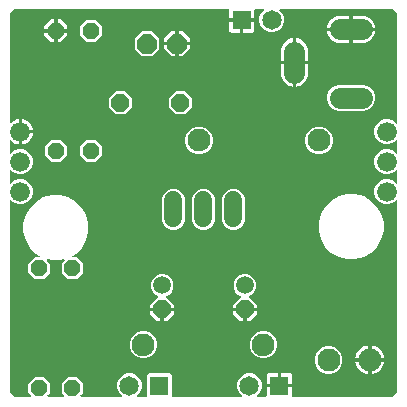
<source format=gbl>
G04 EAGLE Gerber RS-274X export*
G75*
%MOMM*%
%FSLAX34Y34*%
%LPD*%
%INBottom Copper*%
%IPPOS*%
%AMOC8*
5,1,8,0,0,1.08239X$1,22.5*%
G01*
%ADD10P,1.623585X8X292.500000*%
%ADD11C,1.500000*%
%ADD12C,1.930400*%
%ADD13C,1.524000*%
%ADD14C,1.950000*%
%ADD15R,1.650000X1.650000*%
%ADD16C,1.650000*%
%ADD17P,1.547818X8X112.500000*%
%ADD18P,1.547818X8X292.500000*%
%ADD19C,1.800000*%
%ADD20P,1.623585X8X22.500000*%
%ADD21C,1.676400*%
%ADD22P,1.814519X8X22.500000*%
%ADD23C,0.906400*%

G36*
X28524Y10934D02*
X28524Y10934D01*
X28596Y10936D01*
X28645Y10954D01*
X28696Y10962D01*
X28759Y10996D01*
X28827Y11021D01*
X28867Y11053D01*
X28913Y11078D01*
X28963Y11130D01*
X29019Y11174D01*
X29047Y11218D01*
X29083Y11256D01*
X29113Y11321D01*
X29152Y11381D01*
X29164Y11432D01*
X29186Y11479D01*
X29194Y11550D01*
X29212Y11620D01*
X29208Y11672D01*
X29213Y11723D01*
X29198Y11794D01*
X29193Y11865D01*
X29172Y11913D01*
X29161Y11964D01*
X29124Y12025D01*
X29096Y12091D01*
X29051Y12147D01*
X29035Y12175D01*
X29017Y12190D01*
X28991Y12222D01*
X26817Y14396D01*
X26817Y22004D01*
X32196Y27383D01*
X39804Y27383D01*
X45183Y22004D01*
X45183Y14396D01*
X43009Y12222D01*
X42967Y12164D01*
X42917Y12112D01*
X42895Y12065D01*
X42865Y12023D01*
X42844Y11954D01*
X42814Y11889D01*
X42808Y11837D01*
X42793Y11787D01*
X42795Y11716D01*
X42787Y11645D01*
X42798Y11594D01*
X42799Y11542D01*
X42824Y11474D01*
X42839Y11404D01*
X42866Y11359D01*
X42883Y11311D01*
X42928Y11255D01*
X42965Y11193D01*
X43005Y11159D01*
X43037Y11119D01*
X43097Y11080D01*
X43152Y11033D01*
X43200Y11014D01*
X43244Y10986D01*
X43314Y10968D01*
X43380Y10941D01*
X43451Y10933D01*
X43483Y10925D01*
X43506Y10927D01*
X43547Y10923D01*
X56453Y10923D01*
X56524Y10934D01*
X56596Y10936D01*
X56645Y10954D01*
X56696Y10962D01*
X56759Y10996D01*
X56827Y11021D01*
X56867Y11053D01*
X56913Y11078D01*
X56963Y11130D01*
X57019Y11174D01*
X57047Y11218D01*
X57083Y11256D01*
X57113Y11321D01*
X57152Y11381D01*
X57164Y11432D01*
X57186Y11479D01*
X57194Y11550D01*
X57212Y11620D01*
X57208Y11672D01*
X57213Y11723D01*
X57198Y11794D01*
X57193Y11865D01*
X57172Y11913D01*
X57161Y11964D01*
X57124Y12025D01*
X57096Y12091D01*
X57051Y12147D01*
X57035Y12175D01*
X57017Y12190D01*
X56991Y12222D01*
X54817Y14396D01*
X54817Y22004D01*
X60196Y27383D01*
X67804Y27383D01*
X73183Y22004D01*
X73183Y14396D01*
X71009Y12222D01*
X70967Y12164D01*
X70917Y12112D01*
X70895Y12065D01*
X70865Y12023D01*
X70844Y11954D01*
X70814Y11889D01*
X70808Y11837D01*
X70793Y11787D01*
X70795Y11716D01*
X70787Y11645D01*
X70798Y11594D01*
X70799Y11542D01*
X70824Y11474D01*
X70839Y11404D01*
X70866Y11359D01*
X70883Y11311D01*
X70928Y11255D01*
X70965Y11193D01*
X71005Y11159D01*
X71037Y11119D01*
X71097Y11080D01*
X71152Y11033D01*
X71200Y11014D01*
X71244Y10986D01*
X71314Y10968D01*
X71380Y10941D01*
X71451Y10933D01*
X71483Y10925D01*
X71506Y10927D01*
X71547Y10923D01*
X105397Y10923D01*
X105468Y10934D01*
X105540Y10936D01*
X105589Y10954D01*
X105640Y10962D01*
X105704Y10996D01*
X105771Y11021D01*
X105812Y11053D01*
X105858Y11078D01*
X105907Y11130D01*
X105963Y11174D01*
X105991Y11218D01*
X106027Y11256D01*
X106057Y11321D01*
X106096Y11381D01*
X106109Y11432D01*
X106131Y11479D01*
X106139Y11550D01*
X106156Y11620D01*
X106152Y11672D01*
X106158Y11723D01*
X106142Y11794D01*
X106137Y11865D01*
X106117Y11913D01*
X106105Y11964D01*
X106069Y12025D01*
X106041Y12091D01*
X105996Y12147D01*
X105979Y12175D01*
X105961Y12190D01*
X105936Y12222D01*
X103583Y14575D01*
X102017Y18355D01*
X102017Y22445D01*
X103583Y26225D01*
X106475Y29117D01*
X110255Y30683D01*
X114345Y30683D01*
X118125Y29117D01*
X121017Y26225D01*
X122583Y22445D01*
X122583Y18355D01*
X121017Y14575D01*
X118664Y12222D01*
X118622Y12164D01*
X118573Y12112D01*
X118551Y12065D01*
X118521Y12023D01*
X118500Y11954D01*
X118469Y11889D01*
X118464Y11837D01*
X118448Y11787D01*
X118450Y11716D01*
X118442Y11645D01*
X118453Y11594D01*
X118455Y11542D01*
X118479Y11474D01*
X118495Y11404D01*
X118521Y11359D01*
X118539Y11311D01*
X118584Y11255D01*
X118621Y11193D01*
X118660Y11159D01*
X118693Y11119D01*
X118753Y11080D01*
X118808Y11033D01*
X118856Y11014D01*
X118900Y10986D01*
X118969Y10968D01*
X119036Y10941D01*
X119107Y10933D01*
X119138Y10925D01*
X119162Y10927D01*
X119203Y10923D01*
X126656Y10923D01*
X126676Y10926D01*
X126695Y10924D01*
X126797Y10946D01*
X126899Y10962D01*
X126916Y10972D01*
X126936Y10976D01*
X127025Y11029D01*
X127116Y11078D01*
X127130Y11092D01*
X127147Y11102D01*
X127214Y11181D01*
X127286Y11256D01*
X127294Y11274D01*
X127307Y11289D01*
X127346Y11385D01*
X127389Y11479D01*
X127391Y11499D01*
X127399Y11517D01*
X127417Y11684D01*
X127417Y29492D01*
X128608Y30683D01*
X146792Y30683D01*
X147983Y29492D01*
X147983Y11684D01*
X147986Y11664D01*
X147984Y11645D01*
X148006Y11543D01*
X148022Y11441D01*
X148032Y11424D01*
X148036Y11404D01*
X148089Y11315D01*
X148138Y11224D01*
X148152Y11210D01*
X148162Y11193D01*
X148241Y11126D01*
X148316Y11054D01*
X148334Y11046D01*
X148349Y11033D01*
X148445Y10994D01*
X148539Y10951D01*
X148559Y10949D01*
X148577Y10941D01*
X148744Y10923D01*
X206997Y10923D01*
X207068Y10934D01*
X207140Y10936D01*
X207189Y10954D01*
X207240Y10962D01*
X207304Y10996D01*
X207371Y11021D01*
X207412Y11053D01*
X207458Y11078D01*
X207507Y11130D01*
X207563Y11174D01*
X207591Y11218D01*
X207627Y11256D01*
X207657Y11321D01*
X207696Y11381D01*
X207709Y11432D01*
X207731Y11479D01*
X207739Y11550D01*
X207756Y11620D01*
X207752Y11672D01*
X207758Y11723D01*
X207742Y11794D01*
X207737Y11865D01*
X207717Y11913D01*
X207705Y11964D01*
X207669Y12025D01*
X207641Y12091D01*
X207596Y12147D01*
X207579Y12175D01*
X207561Y12190D01*
X207536Y12222D01*
X205183Y14575D01*
X203617Y18355D01*
X203617Y22445D01*
X205183Y26225D01*
X208075Y29117D01*
X211855Y30683D01*
X215945Y30683D01*
X219725Y29117D01*
X222617Y26225D01*
X224183Y22445D01*
X224183Y18355D01*
X222617Y14575D01*
X220264Y12222D01*
X220222Y12164D01*
X220173Y12112D01*
X220151Y12065D01*
X220121Y12023D01*
X220100Y11954D01*
X220069Y11889D01*
X220064Y11837D01*
X220048Y11787D01*
X220050Y11716D01*
X220042Y11645D01*
X220053Y11594D01*
X220055Y11542D01*
X220079Y11474D01*
X220095Y11404D01*
X220121Y11359D01*
X220139Y11311D01*
X220184Y11255D01*
X220221Y11193D01*
X220260Y11159D01*
X220293Y11119D01*
X220353Y11080D01*
X220408Y11033D01*
X220456Y11014D01*
X220500Y10986D01*
X220569Y10968D01*
X220636Y10941D01*
X220707Y10933D01*
X220738Y10925D01*
X220762Y10927D01*
X220803Y10923D01*
X227756Y10923D01*
X227873Y10942D01*
X227992Y10960D01*
X227995Y10962D01*
X227999Y10962D01*
X228103Y11018D01*
X228210Y11073D01*
X228213Y11076D01*
X228217Y11078D01*
X228297Y11163D01*
X228382Y11250D01*
X228383Y11253D01*
X228386Y11256D01*
X228436Y11364D01*
X228487Y11472D01*
X228488Y11475D01*
X228490Y11479D01*
X228503Y11597D01*
X228517Y11716D01*
X228516Y11720D01*
X228517Y11723D01*
X228514Y11736D01*
X228509Y11766D01*
X228509Y18877D01*
X238538Y18877D01*
X238558Y18880D01*
X238577Y18878D01*
X238679Y18900D01*
X238781Y18917D01*
X238798Y18926D01*
X238818Y18930D01*
X238907Y18983D01*
X238998Y19032D01*
X239012Y19046D01*
X239029Y19056D01*
X239096Y19135D01*
X239167Y19210D01*
X239176Y19228D01*
X239189Y19243D01*
X239227Y19339D01*
X239271Y19433D01*
X239273Y19453D01*
X239281Y19471D01*
X239299Y19638D01*
X239299Y20401D01*
X239301Y20401D01*
X239301Y19638D01*
X239304Y19618D01*
X239302Y19599D01*
X239324Y19497D01*
X239341Y19395D01*
X239350Y19378D01*
X239354Y19358D01*
X239407Y19269D01*
X239456Y19178D01*
X239470Y19164D01*
X239480Y19147D01*
X239559Y19080D01*
X239634Y19009D01*
X239652Y19000D01*
X239667Y18987D01*
X239763Y18948D01*
X239857Y18905D01*
X239877Y18903D01*
X239895Y18895D01*
X240062Y18877D01*
X250091Y18877D01*
X250091Y11715D01*
X250091Y11714D01*
X250083Y11645D01*
X250084Y11641D01*
X250084Y11637D01*
X250110Y11521D01*
X250136Y11404D01*
X250138Y11401D01*
X250138Y11397D01*
X250201Y11295D01*
X250262Y11193D01*
X250265Y11191D01*
X250267Y11187D01*
X250358Y11111D01*
X250449Y11033D01*
X250452Y11032D01*
X250455Y11029D01*
X250565Y10986D01*
X250677Y10941D01*
X250682Y10941D01*
X250684Y10940D01*
X250697Y10939D01*
X250844Y10923D01*
X335160Y10923D01*
X335250Y10937D01*
X335341Y10945D01*
X335371Y10957D01*
X335403Y10962D01*
X335484Y11005D01*
X335568Y11041D01*
X335600Y11067D01*
X335620Y11078D01*
X335643Y11101D01*
X335699Y11146D01*
X338854Y14301D01*
X338907Y14375D01*
X338967Y14445D01*
X338979Y14475D01*
X338998Y14501D01*
X339025Y14588D01*
X339059Y14673D01*
X339063Y14714D01*
X339070Y14736D01*
X339069Y14768D01*
X339077Y14840D01*
X339077Y177111D01*
X339066Y177182D01*
X339064Y177253D01*
X339046Y177302D01*
X339038Y177354D01*
X339004Y177417D01*
X338979Y177484D01*
X338947Y177525D01*
X338922Y177571D01*
X338870Y177620D01*
X338826Y177676D01*
X338782Y177704D01*
X338744Y177740D01*
X338679Y177770D01*
X338619Y177809D01*
X338568Y177822D01*
X338521Y177844D01*
X338450Y177852D01*
X338380Y177869D01*
X338328Y177865D01*
X338277Y177871D01*
X338206Y177856D01*
X338135Y177850D01*
X338087Y177830D01*
X338036Y177819D01*
X337975Y177782D01*
X337909Y177754D01*
X337853Y177709D01*
X337825Y177693D01*
X337810Y177675D01*
X337778Y177649D01*
X335900Y175771D01*
X332072Y174185D01*
X327928Y174185D01*
X324100Y175771D01*
X321171Y178700D01*
X319585Y182528D01*
X319585Y186672D01*
X321171Y190500D01*
X324100Y193429D01*
X327928Y195015D01*
X332072Y195015D01*
X335900Y193429D01*
X337778Y191551D01*
X337836Y191509D01*
X337888Y191460D01*
X337935Y191438D01*
X337977Y191407D01*
X338046Y191386D01*
X338111Y191356D01*
X338163Y191350D01*
X338213Y191335D01*
X338284Y191337D01*
X338355Y191329D01*
X338406Y191340D01*
X338458Y191341D01*
X338526Y191366D01*
X338596Y191381D01*
X338641Y191408D01*
X338689Y191426D01*
X338745Y191471D01*
X338807Y191507D01*
X338841Y191547D01*
X338881Y191580D01*
X338920Y191640D01*
X338967Y191694D01*
X338986Y191743D01*
X339014Y191786D01*
X339032Y191856D01*
X339039Y191874D01*
X339049Y191895D01*
X339050Y191900D01*
X339059Y191922D01*
X339067Y191994D01*
X339075Y192025D01*
X339073Y192048D01*
X339077Y192089D01*
X339077Y202511D01*
X339066Y202582D01*
X339064Y202653D01*
X339046Y202702D01*
X339038Y202754D01*
X339004Y202817D01*
X338979Y202884D01*
X338947Y202925D01*
X338922Y202971D01*
X338870Y203020D01*
X338826Y203076D01*
X338782Y203104D01*
X338744Y203140D01*
X338679Y203170D01*
X338619Y203209D01*
X338568Y203222D01*
X338521Y203244D01*
X338450Y203252D01*
X338380Y203269D01*
X338328Y203265D01*
X338277Y203271D01*
X338206Y203256D01*
X338135Y203250D01*
X338087Y203230D01*
X338036Y203219D01*
X337975Y203182D01*
X337909Y203154D01*
X337853Y203109D01*
X337825Y203093D01*
X337810Y203075D01*
X337778Y203049D01*
X335900Y201171D01*
X332072Y199585D01*
X327928Y199585D01*
X324100Y201171D01*
X321171Y204100D01*
X319585Y207928D01*
X319585Y212072D01*
X321171Y215900D01*
X324100Y218829D01*
X327928Y220415D01*
X332072Y220415D01*
X335900Y218829D01*
X337778Y216951D01*
X337836Y216909D01*
X337888Y216860D01*
X337935Y216838D01*
X337977Y216807D01*
X338046Y216786D01*
X338111Y216756D01*
X338163Y216750D01*
X338213Y216735D01*
X338284Y216737D01*
X338355Y216729D01*
X338406Y216740D01*
X338458Y216741D01*
X338526Y216766D01*
X338596Y216781D01*
X338641Y216808D01*
X338689Y216826D01*
X338745Y216871D01*
X338807Y216907D01*
X338841Y216947D01*
X338881Y216980D01*
X338920Y217040D01*
X338967Y217094D01*
X338986Y217143D01*
X339014Y217186D01*
X339032Y217256D01*
X339059Y217322D01*
X339067Y217394D01*
X339075Y217425D01*
X339073Y217448D01*
X339077Y217489D01*
X339077Y227911D01*
X339076Y227918D01*
X339075Y227923D01*
X339066Y227982D01*
X339064Y228053D01*
X339046Y228102D01*
X339038Y228154D01*
X339004Y228217D01*
X338979Y228284D01*
X338947Y228325D01*
X338922Y228371D01*
X338870Y228420D01*
X338826Y228476D01*
X338782Y228504D01*
X338744Y228540D01*
X338679Y228570D01*
X338619Y228609D01*
X338568Y228622D01*
X338521Y228644D01*
X338450Y228652D01*
X338380Y228669D01*
X338328Y228665D01*
X338277Y228671D01*
X338206Y228656D01*
X338135Y228650D01*
X338087Y228630D01*
X338036Y228619D01*
X337975Y228582D01*
X337909Y228554D01*
X337853Y228509D01*
X337825Y228493D01*
X337810Y228475D01*
X337778Y228449D01*
X335900Y226571D01*
X332072Y224985D01*
X327928Y224985D01*
X324100Y226571D01*
X321171Y229500D01*
X319585Y233328D01*
X319585Y237472D01*
X321171Y241300D01*
X324100Y244229D01*
X327928Y245815D01*
X332072Y245815D01*
X335900Y244229D01*
X337778Y242351D01*
X337836Y242309D01*
X337888Y242260D01*
X337935Y242238D01*
X337977Y242207D01*
X338046Y242186D01*
X338111Y242156D01*
X338163Y242150D01*
X338213Y242135D01*
X338284Y242137D01*
X338355Y242129D01*
X338406Y242140D01*
X338458Y242141D01*
X338526Y242166D01*
X338596Y242181D01*
X338641Y242208D01*
X338689Y242226D01*
X338745Y242271D01*
X338807Y242307D01*
X338841Y242347D01*
X338881Y242380D01*
X338920Y242440D01*
X338967Y242494D01*
X338986Y242543D01*
X339014Y242586D01*
X339032Y242656D01*
X339059Y242722D01*
X339067Y242794D01*
X339075Y242825D01*
X339073Y242848D01*
X339077Y242889D01*
X339077Y335160D01*
X339063Y335250D01*
X339055Y335341D01*
X339043Y335371D01*
X339038Y335403D01*
X338995Y335484D01*
X338959Y335568D01*
X338933Y335600D01*
X338922Y335620D01*
X338899Y335643D01*
X338854Y335699D01*
X335699Y338854D01*
X335625Y338907D01*
X335555Y338967D01*
X335525Y338979D01*
X335499Y338998D01*
X335412Y339025D01*
X335327Y339059D01*
X335286Y339063D01*
X335264Y339070D01*
X335232Y339069D01*
X335160Y339077D01*
X240003Y339077D01*
X239932Y339066D01*
X239860Y339064D01*
X239811Y339046D01*
X239760Y339038D01*
X239696Y339004D01*
X239629Y338979D01*
X239588Y338947D01*
X239542Y338922D01*
X239493Y338870D01*
X239437Y338826D01*
X239409Y338782D01*
X239373Y338744D01*
X239343Y338679D01*
X239304Y338619D01*
X239291Y338568D01*
X239269Y338521D01*
X239261Y338450D01*
X239244Y338380D01*
X239248Y338328D01*
X239242Y338277D01*
X239258Y338206D01*
X239263Y338135D01*
X239283Y338087D01*
X239295Y338036D01*
X239331Y337975D01*
X239359Y337909D01*
X239404Y337853D01*
X239421Y337825D01*
X239439Y337810D01*
X239464Y337778D01*
X241417Y335825D01*
X242983Y332045D01*
X242983Y327955D01*
X241417Y324175D01*
X238525Y321283D01*
X234745Y319717D01*
X230655Y319717D01*
X226875Y321283D01*
X223983Y324175D01*
X222417Y327955D01*
X222417Y332045D01*
X223983Y335825D01*
X225936Y337778D01*
X225978Y337836D01*
X226027Y337888D01*
X226049Y337935D01*
X226079Y337977D01*
X226100Y338046D01*
X226131Y338111D01*
X226136Y338163D01*
X226152Y338213D01*
X226150Y338284D01*
X226158Y338355D01*
X226147Y338406D01*
X226145Y338458D01*
X226121Y338526D01*
X226105Y338596D01*
X226079Y338641D01*
X226061Y338689D01*
X226016Y338745D01*
X225979Y338807D01*
X225940Y338841D01*
X225907Y338881D01*
X225847Y338920D01*
X225792Y338967D01*
X225744Y338986D01*
X225700Y339014D01*
X225631Y339032D01*
X225564Y339059D01*
X225493Y339067D01*
X225462Y339075D01*
X225438Y339073D01*
X225397Y339077D01*
X218852Y339077D01*
X218832Y339074D01*
X218813Y339076D01*
X218711Y339054D01*
X218609Y339038D01*
X218592Y339028D01*
X218572Y339024D01*
X218483Y338971D01*
X218392Y338922D01*
X218378Y338908D01*
X218361Y338898D01*
X218294Y338819D01*
X218222Y338744D01*
X218214Y338726D01*
X218201Y338711D01*
X218162Y338615D01*
X218119Y338521D01*
X218117Y338501D01*
X218109Y338483D01*
X218091Y338316D01*
X218091Y331523D01*
X208062Y331523D01*
X208042Y331520D01*
X208023Y331522D01*
X207921Y331500D01*
X207819Y331483D01*
X207802Y331474D01*
X207782Y331470D01*
X207693Y331417D01*
X207602Y331368D01*
X207588Y331354D01*
X207571Y331344D01*
X207504Y331265D01*
X207433Y331190D01*
X207424Y331172D01*
X207411Y331157D01*
X207373Y331061D01*
X207329Y330967D01*
X207327Y330947D01*
X207319Y330929D01*
X207301Y330762D01*
X207301Y329999D01*
X207299Y329999D01*
X207299Y330762D01*
X207296Y330782D01*
X207298Y330801D01*
X207276Y330903D01*
X207259Y331005D01*
X207250Y331022D01*
X207246Y331042D01*
X207193Y331131D01*
X207144Y331222D01*
X207130Y331236D01*
X207120Y331253D01*
X207041Y331320D01*
X206966Y331391D01*
X206948Y331400D01*
X206933Y331413D01*
X206837Y331452D01*
X206743Y331495D01*
X206723Y331497D01*
X206705Y331505D01*
X206538Y331523D01*
X196509Y331523D01*
X196509Y338316D01*
X196506Y338336D01*
X196508Y338355D01*
X196486Y338457D01*
X196470Y338559D01*
X196460Y338576D01*
X196456Y338596D01*
X196403Y338685D01*
X196354Y338776D01*
X196340Y338790D01*
X196330Y338807D01*
X196251Y338874D01*
X196176Y338946D01*
X196158Y338954D01*
X196143Y338967D01*
X196047Y339006D01*
X195953Y339049D01*
X195933Y339051D01*
X195915Y339059D01*
X195748Y339077D01*
X14840Y339077D01*
X14750Y339063D01*
X14659Y339055D01*
X14629Y339043D01*
X14597Y339038D01*
X14516Y338995D01*
X14432Y338959D01*
X14400Y338933D01*
X14380Y338922D01*
X14357Y338899D01*
X14301Y338854D01*
X11146Y335699D01*
X11093Y335625D01*
X11033Y335555D01*
X11021Y335525D01*
X11002Y335499D01*
X10975Y335412D01*
X10941Y335327D01*
X10937Y335286D01*
X10930Y335264D01*
X10931Y335232D01*
X10923Y335160D01*
X10923Y243608D01*
X10934Y243537D01*
X10936Y243465D01*
X10954Y243416D01*
X10962Y243365D01*
X10996Y243302D01*
X11021Y243234D01*
X11053Y243194D01*
X11078Y243147D01*
X11130Y243098D01*
X11174Y243042D01*
X11218Y243014D01*
X11256Y242978D01*
X11321Y242948D01*
X11381Y242909D01*
X11432Y242896D01*
X11479Y242874D01*
X11550Y242867D01*
X11620Y242849D01*
X11672Y242853D01*
X11723Y242847D01*
X11794Y242863D01*
X11865Y242868D01*
X11913Y242889D01*
X11964Y242900D01*
X12025Y242936D01*
X12091Y242965D01*
X12147Y243009D01*
X12175Y243026D01*
X12190Y243044D01*
X12222Y243069D01*
X12884Y243731D01*
X14275Y244742D01*
X15807Y245522D01*
X17442Y246054D01*
X18477Y246218D01*
X18477Y236162D01*
X18480Y236142D01*
X18478Y236123D01*
X18500Y236021D01*
X18517Y235919D01*
X18526Y235902D01*
X18530Y235882D01*
X18583Y235793D01*
X18632Y235702D01*
X18646Y235688D01*
X18656Y235671D01*
X18735Y235604D01*
X18810Y235533D01*
X18828Y235524D01*
X18843Y235511D01*
X18939Y235473D01*
X19033Y235429D01*
X19053Y235427D01*
X19071Y235419D01*
X19238Y235401D01*
X20001Y235401D01*
X20001Y235399D01*
X19238Y235399D01*
X19218Y235396D01*
X19199Y235398D01*
X19097Y235376D01*
X18995Y235359D01*
X18978Y235350D01*
X18958Y235346D01*
X18869Y235293D01*
X18778Y235244D01*
X18764Y235230D01*
X18747Y235220D01*
X18680Y235141D01*
X18609Y235066D01*
X18600Y235048D01*
X18587Y235033D01*
X18548Y234937D01*
X18505Y234843D01*
X18503Y234823D01*
X18495Y234805D01*
X18477Y234638D01*
X18477Y224582D01*
X17442Y224746D01*
X15807Y225278D01*
X14275Y226058D01*
X12884Y227069D01*
X12222Y227731D01*
X12164Y227773D01*
X12112Y227822D01*
X12065Y227844D01*
X12023Y227874D01*
X11954Y227895D01*
X11889Y227926D01*
X11837Y227931D01*
X11787Y227947D01*
X11716Y227945D01*
X11645Y227953D01*
X11594Y227942D01*
X11542Y227940D01*
X11474Y227916D01*
X11404Y227900D01*
X11359Y227874D01*
X11311Y227856D01*
X11255Y227811D01*
X11193Y227774D01*
X11159Y227735D01*
X11119Y227702D01*
X11080Y227642D01*
X11033Y227587D01*
X11014Y227539D01*
X10986Y227495D01*
X10968Y227426D01*
X10941Y227359D01*
X10933Y227288D01*
X10925Y227257D01*
X10927Y227233D01*
X10923Y227192D01*
X10923Y217489D01*
X10934Y217418D01*
X10936Y217347D01*
X10954Y217298D01*
X10962Y217246D01*
X10996Y217183D01*
X11021Y217116D01*
X11053Y217075D01*
X11078Y217029D01*
X11130Y216980D01*
X11174Y216924D01*
X11218Y216896D01*
X11256Y216860D01*
X11321Y216830D01*
X11381Y216791D01*
X11432Y216778D01*
X11479Y216756D01*
X11550Y216748D01*
X11620Y216731D01*
X11672Y216735D01*
X11723Y216729D01*
X11794Y216744D01*
X11865Y216750D01*
X11913Y216770D01*
X11964Y216781D01*
X12025Y216818D01*
X12091Y216846D01*
X12147Y216891D01*
X12175Y216907D01*
X12190Y216925D01*
X12222Y216951D01*
X14100Y218829D01*
X17928Y220415D01*
X22072Y220415D01*
X25900Y218829D01*
X28829Y215900D01*
X30415Y212072D01*
X30415Y207928D01*
X28829Y204100D01*
X25900Y201171D01*
X22072Y199585D01*
X17928Y199585D01*
X14100Y201171D01*
X12222Y203049D01*
X12164Y203091D01*
X12112Y203140D01*
X12065Y203162D01*
X12023Y203193D01*
X11954Y203214D01*
X11889Y203244D01*
X11837Y203250D01*
X11787Y203265D01*
X11716Y203263D01*
X11645Y203271D01*
X11594Y203260D01*
X11542Y203259D01*
X11474Y203234D01*
X11404Y203219D01*
X11359Y203192D01*
X11311Y203174D01*
X11255Y203129D01*
X11193Y203093D01*
X11159Y203053D01*
X11119Y203020D01*
X11080Y202960D01*
X11033Y202906D01*
X11014Y202857D01*
X10986Y202814D01*
X10968Y202744D01*
X10941Y202678D01*
X10933Y202606D01*
X10925Y202575D01*
X10927Y202552D01*
X10923Y202511D01*
X10923Y192089D01*
X10925Y192074D01*
X10924Y192061D01*
X10934Y192011D01*
X10936Y191947D01*
X10954Y191898D01*
X10962Y191846D01*
X10976Y191821D01*
X10976Y191820D01*
X10978Y191817D01*
X10996Y191783D01*
X11021Y191716D01*
X11053Y191675D01*
X11078Y191629D01*
X11130Y191580D01*
X11174Y191524D01*
X11218Y191496D01*
X11256Y191460D01*
X11321Y191430D01*
X11381Y191391D01*
X11432Y191378D01*
X11479Y191356D01*
X11550Y191348D01*
X11620Y191331D01*
X11672Y191335D01*
X11723Y191329D01*
X11794Y191344D01*
X11865Y191350D01*
X11913Y191370D01*
X11964Y191381D01*
X12025Y191418D01*
X12091Y191446D01*
X12143Y191487D01*
X12155Y191494D01*
X12159Y191498D01*
X12175Y191507D01*
X12190Y191525D01*
X12222Y191551D01*
X14100Y193429D01*
X17928Y195015D01*
X22072Y195015D01*
X25900Y193429D01*
X28829Y190500D01*
X30415Y186672D01*
X30415Y182528D01*
X28829Y178700D01*
X25900Y175771D01*
X22072Y174185D01*
X17928Y174185D01*
X14100Y175771D01*
X12222Y177649D01*
X12164Y177691D01*
X12112Y177740D01*
X12065Y177762D01*
X12023Y177793D01*
X11954Y177814D01*
X11889Y177844D01*
X11837Y177850D01*
X11787Y177865D01*
X11716Y177863D01*
X11645Y177871D01*
X11594Y177860D01*
X11542Y177859D01*
X11474Y177834D01*
X11404Y177819D01*
X11359Y177792D01*
X11311Y177774D01*
X11255Y177729D01*
X11193Y177693D01*
X11159Y177653D01*
X11119Y177620D01*
X11080Y177560D01*
X11033Y177506D01*
X11014Y177457D01*
X10986Y177414D01*
X10968Y177344D01*
X10941Y177278D01*
X10933Y177206D01*
X10925Y177175D01*
X10927Y177152D01*
X10923Y177111D01*
X10923Y14840D01*
X10937Y14750D01*
X10945Y14659D01*
X10957Y14629D01*
X10962Y14597D01*
X11005Y14516D01*
X11041Y14432D01*
X11067Y14400D01*
X11078Y14380D01*
X11101Y14357D01*
X11146Y14301D01*
X14301Y11146D01*
X14375Y11093D01*
X14445Y11033D01*
X14475Y11021D01*
X14501Y11002D01*
X14588Y10975D01*
X14673Y10941D01*
X14714Y10937D01*
X14736Y10930D01*
X14768Y10931D01*
X14840Y10923D01*
X28453Y10923D01*
X28524Y10934D01*
G37*
%LPC*%
G36*
X32196Y110617D02*
X32196Y110617D01*
X26817Y115996D01*
X26817Y123604D01*
X32196Y128983D01*
X35489Y128983D01*
X35536Y128990D01*
X35584Y128989D01*
X35657Y129010D01*
X35731Y129022D01*
X35774Y129045D01*
X35820Y129059D01*
X35882Y129102D01*
X35949Y129138D01*
X35982Y129172D01*
X36021Y129200D01*
X36066Y129261D01*
X36118Y129316D01*
X36138Y129359D01*
X36167Y129398D01*
X36190Y129470D01*
X36222Y129539D01*
X36227Y129587D01*
X36242Y129632D01*
X36241Y129708D01*
X36249Y129783D01*
X36239Y129830D01*
X36238Y129878D01*
X36213Y129950D01*
X36197Y130024D01*
X36172Y130065D01*
X36156Y130110D01*
X36109Y130170D01*
X36070Y130235D01*
X36034Y130266D01*
X36004Y130304D01*
X35901Y130380D01*
X35884Y130395D01*
X35877Y130397D01*
X35869Y130403D01*
X33114Y131994D01*
X27994Y137114D01*
X24373Y143385D01*
X22499Y150379D01*
X22499Y157621D01*
X24373Y164615D01*
X27994Y170886D01*
X33114Y176006D01*
X39385Y179627D01*
X46379Y181501D01*
X53621Y181501D01*
X60615Y179627D01*
X66886Y176006D01*
X72006Y170886D01*
X75627Y164615D01*
X77501Y157621D01*
X77501Y150379D01*
X75627Y143385D01*
X72006Y137114D01*
X66886Y131994D01*
X64131Y130403D01*
X64094Y130373D01*
X64051Y130350D01*
X63999Y130296D01*
X63940Y130247D01*
X63915Y130207D01*
X63882Y130172D01*
X63850Y130103D01*
X63810Y130039D01*
X63798Y129992D01*
X63778Y129949D01*
X63770Y129874D01*
X63752Y129800D01*
X63756Y129752D01*
X63751Y129705D01*
X63767Y129630D01*
X63774Y129555D01*
X63793Y129511D01*
X63803Y129464D01*
X63842Y129399D01*
X63873Y129330D01*
X63905Y129294D01*
X63930Y129253D01*
X63987Y129204D01*
X64038Y129148D01*
X64080Y129124D01*
X64116Y129093D01*
X64187Y129065D01*
X64253Y129028D01*
X64300Y129019D01*
X64345Y129001D01*
X64473Y128987D01*
X64495Y128983D01*
X64501Y128984D01*
X64511Y128983D01*
X67804Y128983D01*
X73183Y123604D01*
X73183Y115996D01*
X67804Y110617D01*
X60196Y110617D01*
X54817Y115996D01*
X54817Y123604D01*
X57202Y125988D01*
X57230Y126027D01*
X57265Y126060D01*
X57301Y126126D01*
X57346Y126188D01*
X57360Y126234D01*
X57383Y126276D01*
X57396Y126351D01*
X57418Y126423D01*
X57417Y126471D01*
X57425Y126518D01*
X57413Y126593D01*
X57412Y126669D01*
X57395Y126714D01*
X57388Y126761D01*
X57353Y126829D01*
X57327Y126900D01*
X57297Y126938D01*
X57275Y126980D01*
X57221Y127033D01*
X57173Y127092D01*
X57133Y127118D01*
X57099Y127151D01*
X57030Y127184D01*
X56966Y127225D01*
X56920Y127237D01*
X56877Y127257D01*
X56801Y127267D01*
X56728Y127285D01*
X56680Y127281D01*
X56633Y127287D01*
X56505Y127268D01*
X56483Y127266D01*
X56477Y127263D01*
X56467Y127262D01*
X53621Y126499D01*
X46379Y126499D01*
X43533Y127262D01*
X43486Y127267D01*
X43440Y127281D01*
X43364Y127279D01*
X43289Y127286D01*
X43242Y127276D01*
X43194Y127274D01*
X43123Y127248D01*
X43049Y127231D01*
X43008Y127206D01*
X42963Y127190D01*
X42904Y127143D01*
X42839Y127103D01*
X42808Y127066D01*
X42771Y127036D01*
X42730Y126973D01*
X42681Y126914D01*
X42664Y126870D01*
X42638Y126829D01*
X42619Y126756D01*
X42592Y126685D01*
X42589Y126637D01*
X42578Y126591D01*
X42584Y126515D01*
X42580Y126440D01*
X42593Y126393D01*
X42597Y126346D01*
X42627Y126276D01*
X42647Y126203D01*
X42674Y126163D01*
X42693Y126119D01*
X42774Y126019D01*
X42786Y126000D01*
X42792Y125996D01*
X42798Y125988D01*
X45183Y123604D01*
X45183Y115996D01*
X39804Y110617D01*
X32196Y110617D01*
G37*
%LPD*%
%LPC*%
G36*
X296379Y127499D02*
X296379Y127499D01*
X289385Y129373D01*
X283114Y132994D01*
X277994Y138114D01*
X274373Y144385D01*
X272499Y151379D01*
X272499Y158621D01*
X274373Y165615D01*
X277994Y171886D01*
X283114Y177006D01*
X289385Y180627D01*
X296379Y182501D01*
X303621Y182501D01*
X310615Y180627D01*
X316886Y177006D01*
X322006Y171886D01*
X325627Y165615D01*
X327501Y158621D01*
X327501Y151379D01*
X325627Y144385D01*
X322006Y138114D01*
X316886Y132994D01*
X310615Y129373D01*
X303621Y127499D01*
X296379Y127499D01*
G37*
%LPD*%
%LPC*%
G36*
X288805Y252967D02*
X288805Y252967D01*
X284750Y254647D01*
X281647Y257750D01*
X279967Y261805D01*
X279967Y266195D01*
X281647Y270250D01*
X284750Y273353D01*
X288805Y275033D01*
X311195Y275033D01*
X315250Y273353D01*
X318353Y270250D01*
X320033Y266195D01*
X320033Y261805D01*
X318353Y257750D01*
X315250Y254647D01*
X311195Y252967D01*
X288805Y252967D01*
G37*
%LPD*%
%LPC*%
G36*
X173080Y152327D02*
X173080Y152327D01*
X169532Y153797D01*
X166817Y156512D01*
X165347Y160060D01*
X165347Y179140D01*
X166817Y182688D01*
X169532Y185403D01*
X173080Y186873D01*
X176920Y186873D01*
X180468Y185403D01*
X183183Y182688D01*
X184653Y179140D01*
X184653Y160060D01*
X183183Y156512D01*
X180468Y153797D01*
X176920Y152327D01*
X173080Y152327D01*
G37*
%LPD*%
%LPC*%
G36*
X198480Y152327D02*
X198480Y152327D01*
X194932Y153797D01*
X192217Y156512D01*
X190747Y160060D01*
X190747Y179140D01*
X192217Y182688D01*
X194932Y185403D01*
X198480Y186873D01*
X202320Y186873D01*
X205868Y185403D01*
X208583Y182688D01*
X210053Y179140D01*
X210053Y160060D01*
X208583Y156512D01*
X205868Y153797D01*
X202320Y152327D01*
X198480Y152327D01*
G37*
%LPD*%
%LPC*%
G36*
X147680Y152327D02*
X147680Y152327D01*
X144132Y153797D01*
X141417Y156512D01*
X139947Y160060D01*
X139947Y179140D01*
X141417Y182688D01*
X144132Y185403D01*
X147680Y186873D01*
X151520Y186873D01*
X155068Y185403D01*
X157783Y182688D01*
X159253Y179140D01*
X159253Y160060D01*
X157783Y156512D01*
X155068Y153797D01*
X151520Y152327D01*
X147680Y152327D01*
G37*
%LPD*%
%LPC*%
G36*
X278556Y30397D02*
X278556Y30397D01*
X274226Y32191D01*
X270911Y35506D01*
X269117Y39836D01*
X269117Y44524D01*
X270911Y48854D01*
X274226Y52169D01*
X278556Y53963D01*
X283244Y53963D01*
X287574Y52169D01*
X290889Y48854D01*
X292683Y44524D01*
X292683Y39836D01*
X290889Y35506D01*
X287574Y32191D01*
X283244Y30397D01*
X278556Y30397D01*
G37*
%LPD*%
%LPC*%
G36*
X121876Y43315D02*
X121876Y43315D01*
X117581Y45094D01*
X114294Y48381D01*
X112515Y52676D01*
X112515Y57324D01*
X114294Y61619D01*
X117581Y64906D01*
X121876Y66685D01*
X126524Y66685D01*
X130819Y64906D01*
X134106Y61619D01*
X135885Y57324D01*
X135885Y52676D01*
X134106Y48381D01*
X130819Y45094D01*
X126524Y43315D01*
X121876Y43315D01*
G37*
%LPD*%
%LPC*%
G36*
X223476Y43315D02*
X223476Y43315D01*
X219181Y45094D01*
X215894Y48381D01*
X214115Y52676D01*
X214115Y57324D01*
X215894Y61619D01*
X219181Y64906D01*
X223476Y66685D01*
X228124Y66685D01*
X232419Y64906D01*
X235706Y61619D01*
X237485Y57324D01*
X237485Y52676D01*
X235706Y48381D01*
X232419Y45094D01*
X228124Y43315D01*
X223476Y43315D01*
G37*
%LPD*%
%LPC*%
G36*
X168876Y216315D02*
X168876Y216315D01*
X164581Y218094D01*
X161294Y221381D01*
X159515Y225676D01*
X159515Y230324D01*
X161294Y234619D01*
X164581Y237906D01*
X168876Y239685D01*
X173524Y239685D01*
X177819Y237906D01*
X181106Y234619D01*
X182885Y230324D01*
X182885Y225676D01*
X181106Y221381D01*
X177819Y218094D01*
X173524Y216315D01*
X168876Y216315D01*
G37*
%LPD*%
%LPC*%
G36*
X270476Y216315D02*
X270476Y216315D01*
X266181Y218094D01*
X262894Y221381D01*
X261115Y225676D01*
X261115Y230324D01*
X262894Y234619D01*
X266181Y237906D01*
X270476Y239685D01*
X275124Y239685D01*
X279419Y237906D01*
X282706Y234619D01*
X284485Y230324D01*
X284485Y225676D01*
X282706Y221381D01*
X279419Y218094D01*
X275124Y216315D01*
X270476Y216315D01*
G37*
%LPD*%
%LPC*%
G36*
X209999Y84839D02*
X209999Y84839D01*
X209999Y85602D01*
X209996Y85622D01*
X209998Y85641D01*
X209976Y85743D01*
X209959Y85845D01*
X209950Y85862D01*
X209946Y85882D01*
X209893Y85971D01*
X209844Y86062D01*
X209830Y86076D01*
X209820Y86093D01*
X209741Y86160D01*
X209666Y86231D01*
X209648Y86240D01*
X209633Y86253D01*
X209537Y86292D01*
X209443Y86335D01*
X209423Y86337D01*
X209405Y86345D01*
X209238Y86363D01*
X199959Y86363D01*
X199959Y88999D01*
X205841Y94881D01*
X206079Y94881D01*
X206175Y94896D01*
X206272Y94906D01*
X206296Y94916D01*
X206322Y94920D01*
X206408Y94966D01*
X206497Y95006D01*
X206516Y95023D01*
X206539Y95036D01*
X206606Y95106D01*
X206678Y95172D01*
X206691Y95195D01*
X206709Y95214D01*
X206750Y95302D01*
X206797Y95388D01*
X206801Y95413D01*
X206812Y95437D01*
X206823Y95534D01*
X206840Y95630D01*
X206836Y95656D01*
X206839Y95681D01*
X206819Y95777D01*
X206804Y95873D01*
X206793Y95896D01*
X206787Y95922D01*
X206737Y96005D01*
X206693Y96092D01*
X206674Y96111D01*
X206661Y96133D01*
X206587Y96196D01*
X206517Y96264D01*
X206489Y96280D01*
X206474Y96293D01*
X206443Y96305D01*
X206370Y96345D01*
X204600Y97079D01*
X201919Y99760D01*
X200467Y103264D01*
X200467Y107056D01*
X201919Y110560D01*
X204600Y113241D01*
X208104Y114693D01*
X211896Y114693D01*
X215400Y113241D01*
X218081Y110560D01*
X219533Y107056D01*
X219533Y103264D01*
X218081Y99760D01*
X215400Y97079D01*
X213630Y96345D01*
X213547Y96294D01*
X213461Y96248D01*
X213443Y96230D01*
X213421Y96216D01*
X213358Y96140D01*
X213291Y96070D01*
X213280Y96046D01*
X213264Y96026D01*
X213229Y95935D01*
X213188Y95847D01*
X213185Y95821D01*
X213176Y95797D01*
X213171Y95699D01*
X213161Y95603D01*
X213166Y95577D01*
X213165Y95551D01*
X213192Y95457D01*
X213213Y95362D01*
X213226Y95340D01*
X213234Y95315D01*
X213289Y95235D01*
X213339Y95151D01*
X213359Y95134D01*
X213374Y95113D01*
X213452Y95054D01*
X213526Y94991D01*
X213550Y94981D01*
X213571Y94966D01*
X213664Y94936D01*
X213754Y94899D01*
X213787Y94896D01*
X213805Y94890D01*
X213838Y94890D01*
X213921Y94881D01*
X214159Y94881D01*
X220041Y88999D01*
X220041Y86363D01*
X210762Y86363D01*
X210742Y86360D01*
X210723Y86362D01*
X210621Y86340D01*
X210519Y86323D01*
X210502Y86314D01*
X210482Y86310D01*
X210393Y86257D01*
X210302Y86208D01*
X210288Y86194D01*
X210271Y86184D01*
X210204Y86105D01*
X210133Y86030D01*
X210124Y86012D01*
X210111Y85997D01*
X210073Y85901D01*
X210029Y85807D01*
X210027Y85787D01*
X210019Y85769D01*
X210001Y85602D01*
X210001Y84839D01*
X209999Y84839D01*
G37*
%LPD*%
%LPC*%
G36*
X139999Y84839D02*
X139999Y84839D01*
X139999Y85602D01*
X139996Y85622D01*
X139998Y85641D01*
X139976Y85743D01*
X139959Y85845D01*
X139950Y85862D01*
X139946Y85882D01*
X139893Y85971D01*
X139844Y86062D01*
X139830Y86076D01*
X139820Y86093D01*
X139741Y86160D01*
X139666Y86231D01*
X139648Y86240D01*
X139633Y86253D01*
X139537Y86292D01*
X139443Y86335D01*
X139423Y86337D01*
X139405Y86345D01*
X139238Y86363D01*
X129959Y86363D01*
X129959Y88999D01*
X135841Y94881D01*
X136079Y94881D01*
X136175Y94896D01*
X136272Y94906D01*
X136296Y94916D01*
X136322Y94920D01*
X136408Y94966D01*
X136497Y95006D01*
X136516Y95023D01*
X136539Y95036D01*
X136606Y95106D01*
X136678Y95172D01*
X136691Y95195D01*
X136709Y95214D01*
X136750Y95302D01*
X136797Y95388D01*
X136801Y95413D01*
X136812Y95437D01*
X136823Y95534D01*
X136840Y95630D01*
X136836Y95656D01*
X136839Y95681D01*
X136819Y95777D01*
X136804Y95873D01*
X136793Y95896D01*
X136787Y95922D01*
X136737Y96005D01*
X136693Y96092D01*
X136674Y96111D01*
X136661Y96133D01*
X136587Y96196D01*
X136517Y96264D01*
X136489Y96280D01*
X136474Y96293D01*
X136443Y96305D01*
X136370Y96345D01*
X134600Y97079D01*
X131919Y99760D01*
X130467Y103264D01*
X130467Y107056D01*
X131919Y110560D01*
X134600Y113241D01*
X138104Y114693D01*
X141896Y114693D01*
X145400Y113241D01*
X148081Y110560D01*
X149533Y107056D01*
X149533Y103264D01*
X148081Y99760D01*
X145400Y97079D01*
X143630Y96345D01*
X143547Y96294D01*
X143461Y96248D01*
X143443Y96230D01*
X143421Y96216D01*
X143358Y96140D01*
X143291Y96070D01*
X143280Y96046D01*
X143264Y96026D01*
X143229Y95935D01*
X143188Y95847D01*
X143185Y95821D01*
X143176Y95797D01*
X143171Y95699D01*
X143161Y95603D01*
X143166Y95577D01*
X143165Y95551D01*
X143192Y95457D01*
X143213Y95362D01*
X143226Y95340D01*
X143234Y95315D01*
X143289Y95235D01*
X143339Y95151D01*
X143359Y95134D01*
X143374Y95113D01*
X143452Y95054D01*
X143526Y94991D01*
X143550Y94981D01*
X143571Y94966D01*
X143664Y94936D01*
X143754Y94899D01*
X143787Y94896D01*
X143805Y94890D01*
X143838Y94890D01*
X143921Y94881D01*
X144159Y94881D01*
X150041Y88999D01*
X150041Y86363D01*
X140762Y86363D01*
X140742Y86360D01*
X140723Y86362D01*
X140621Y86340D01*
X140519Y86323D01*
X140502Y86314D01*
X140482Y86310D01*
X140393Y86257D01*
X140302Y86208D01*
X140288Y86194D01*
X140271Y86184D01*
X140204Y86105D01*
X140133Y86030D01*
X140124Y86012D01*
X140111Y85997D01*
X140073Y85901D01*
X140029Y85807D01*
X140027Y85787D01*
X140019Y85769D01*
X140001Y85602D01*
X140001Y84839D01*
X139999Y84839D01*
G37*
%LPD*%
%LPC*%
G36*
X122986Y299585D02*
X122986Y299585D01*
X116885Y305686D01*
X116885Y314314D01*
X122986Y320415D01*
X131614Y320415D01*
X137715Y314314D01*
X137715Y305686D01*
X131614Y299585D01*
X122986Y299585D01*
G37*
%LPD*%
%LPC*%
G36*
X100651Y250467D02*
X100651Y250467D01*
X95067Y256051D01*
X95067Y263949D01*
X100651Y269533D01*
X108549Y269533D01*
X114133Y263949D01*
X114133Y256051D01*
X108549Y250467D01*
X100651Y250467D01*
G37*
%LPD*%
%LPC*%
G36*
X151451Y250467D02*
X151451Y250467D01*
X145867Y256051D01*
X145867Y263949D01*
X151451Y269533D01*
X159349Y269533D01*
X164933Y263949D01*
X164933Y256051D01*
X159349Y250467D01*
X151451Y250467D01*
G37*
%LPD*%
%LPC*%
G36*
X76196Y311617D02*
X76196Y311617D01*
X70817Y316996D01*
X70817Y324604D01*
X76196Y329983D01*
X83804Y329983D01*
X89183Y324604D01*
X89183Y316996D01*
X83804Y311617D01*
X76196Y311617D01*
G37*
%LPD*%
%LPC*%
G36*
X76196Y210017D02*
X76196Y210017D01*
X70817Y215396D01*
X70817Y223004D01*
X76196Y228383D01*
X83804Y228383D01*
X89183Y223004D01*
X89183Y215396D01*
X83804Y210017D01*
X76196Y210017D01*
G37*
%LPD*%
%LPC*%
G36*
X46196Y210017D02*
X46196Y210017D01*
X40817Y215396D01*
X40817Y223004D01*
X46196Y228383D01*
X53804Y228383D01*
X59183Y223004D01*
X59183Y215396D01*
X53804Y210017D01*
X46196Y210017D01*
G37*
%LPD*%
%LPC*%
G36*
X301523Y323523D02*
X301523Y323523D01*
X301523Y333541D01*
X309908Y333541D01*
X311702Y333257D01*
X313430Y332695D01*
X315049Y331871D01*
X316518Y330803D01*
X317803Y329518D01*
X318871Y328049D01*
X319695Y326430D01*
X320257Y324702D01*
X320443Y323523D01*
X301523Y323523D01*
G37*
%LPD*%
%LPC*%
G36*
X253523Y295523D02*
X253523Y295523D01*
X253523Y314443D01*
X254702Y314257D01*
X256430Y313695D01*
X258049Y312871D01*
X259518Y311803D01*
X260803Y310518D01*
X261871Y309049D01*
X262695Y307430D01*
X263257Y305702D01*
X263541Y303908D01*
X263541Y295523D01*
X253523Y295523D01*
G37*
%LPD*%
%LPC*%
G36*
X279557Y323523D02*
X279557Y323523D01*
X279743Y324702D01*
X280305Y326430D01*
X281129Y328049D01*
X282197Y329518D01*
X283482Y330803D01*
X284951Y331871D01*
X286570Y332695D01*
X288298Y333257D01*
X290092Y333541D01*
X298477Y333541D01*
X298477Y323523D01*
X279557Y323523D01*
G37*
%LPD*%
%LPC*%
G36*
X253523Y292477D02*
X253523Y292477D01*
X263541Y292477D01*
X263541Y284092D01*
X263257Y282298D01*
X262695Y280570D01*
X261871Y278951D01*
X260803Y277482D01*
X259518Y276197D01*
X258049Y275129D01*
X256430Y274305D01*
X254702Y273743D01*
X253523Y273557D01*
X253523Y292477D01*
G37*
%LPD*%
%LPC*%
G36*
X301523Y310459D02*
X301523Y310459D01*
X301523Y320477D01*
X320443Y320477D01*
X320257Y319298D01*
X319695Y317570D01*
X318871Y315951D01*
X317803Y314482D01*
X316518Y313197D01*
X315049Y312129D01*
X313430Y311305D01*
X311702Y310743D01*
X309908Y310459D01*
X301523Y310459D01*
G37*
%LPD*%
%LPC*%
G36*
X240459Y295523D02*
X240459Y295523D01*
X240459Y303908D01*
X240743Y305702D01*
X241305Y307430D01*
X242129Y309049D01*
X243197Y310518D01*
X244482Y311803D01*
X245951Y312871D01*
X247570Y313695D01*
X249298Y314257D01*
X250477Y314443D01*
X250477Y295523D01*
X240459Y295523D01*
G37*
%LPD*%
%LPC*%
G36*
X249298Y273743D02*
X249298Y273743D01*
X247570Y274305D01*
X245951Y275129D01*
X244482Y276197D01*
X243197Y277482D01*
X242129Y278951D01*
X241305Y280570D01*
X240743Y282298D01*
X240459Y284092D01*
X240459Y292477D01*
X250477Y292477D01*
X250477Y273557D01*
X249298Y273743D01*
G37*
%LPD*%
%LPC*%
G36*
X290092Y310459D02*
X290092Y310459D01*
X288298Y310743D01*
X286570Y311305D01*
X284951Y312129D01*
X283482Y313197D01*
X282197Y314482D01*
X281129Y315951D01*
X280305Y317570D01*
X279743Y319298D01*
X279557Y320477D01*
X298477Y320477D01*
X298477Y310459D01*
X290092Y310459D01*
G37*
%LPD*%
%LPC*%
G36*
X240823Y21923D02*
X240823Y21923D01*
X240823Y31191D01*
X247884Y31191D01*
X248531Y31018D01*
X249110Y30683D01*
X249583Y30210D01*
X249918Y29631D01*
X250091Y28984D01*
X250091Y21923D01*
X240823Y21923D01*
G37*
%LPD*%
%LPC*%
G36*
X228509Y21923D02*
X228509Y21923D01*
X228509Y28984D01*
X228682Y29631D01*
X229017Y30210D01*
X229490Y30683D01*
X230069Y31018D01*
X230716Y31191D01*
X237777Y31191D01*
X237777Y21923D01*
X228509Y21923D01*
G37*
%LPD*%
%LPC*%
G36*
X208823Y319209D02*
X208823Y319209D01*
X208823Y328477D01*
X218091Y328477D01*
X218091Y321416D01*
X217918Y320769D01*
X217583Y320190D01*
X217110Y319717D01*
X216531Y319382D01*
X215884Y319209D01*
X208823Y319209D01*
G37*
%LPD*%
%LPC*%
G36*
X198716Y319209D02*
X198716Y319209D01*
X198069Y319382D01*
X197490Y319717D01*
X197017Y320190D01*
X196682Y320769D01*
X196509Y321416D01*
X196509Y328477D01*
X205777Y328477D01*
X205777Y319209D01*
X198716Y319209D01*
G37*
%LPD*%
%LPC*%
G36*
X317423Y43703D02*
X317423Y43703D01*
X317423Y54383D01*
X318778Y54168D01*
X320618Y53570D01*
X322342Y52692D01*
X323907Y51555D01*
X325275Y50187D01*
X326412Y48622D01*
X327290Y46898D01*
X327888Y45058D01*
X328103Y43703D01*
X317423Y43703D01*
G37*
%LPD*%
%LPC*%
G36*
X303697Y43703D02*
X303697Y43703D01*
X303912Y45058D01*
X304510Y46898D01*
X305388Y48622D01*
X306525Y50187D01*
X307893Y51555D01*
X309458Y52692D01*
X311182Y53570D01*
X313022Y54168D01*
X314377Y54383D01*
X314377Y43703D01*
X303697Y43703D01*
G37*
%LPD*%
%LPC*%
G36*
X317423Y40657D02*
X317423Y40657D01*
X328103Y40657D01*
X327888Y39302D01*
X327290Y37462D01*
X326412Y35738D01*
X325275Y34173D01*
X323907Y32805D01*
X322342Y31668D01*
X320618Y30790D01*
X318778Y30192D01*
X317423Y29977D01*
X317423Y40657D01*
G37*
%LPD*%
%LPC*%
G36*
X313022Y30192D02*
X313022Y30192D01*
X311182Y30790D01*
X309458Y31668D01*
X307893Y32805D01*
X306525Y34173D01*
X305388Y35738D01*
X304510Y37462D01*
X303912Y39302D01*
X303697Y40657D01*
X314377Y40657D01*
X314377Y29977D01*
X313022Y30192D01*
G37*
%LPD*%
%LPC*%
G36*
X154223Y311523D02*
X154223Y311523D01*
X154223Y320923D01*
X157224Y320923D01*
X163623Y314524D01*
X163623Y311523D01*
X154223Y311523D01*
G37*
%LPD*%
%LPC*%
G36*
X141777Y311523D02*
X141777Y311523D01*
X141777Y314524D01*
X148176Y320923D01*
X151177Y320923D01*
X151177Y311523D01*
X141777Y311523D01*
G37*
%LPD*%
%LPC*%
G36*
X154223Y299077D02*
X154223Y299077D01*
X154223Y308477D01*
X163623Y308477D01*
X163623Y305476D01*
X157224Y299077D01*
X154223Y299077D01*
G37*
%LPD*%
%LPC*%
G36*
X148176Y299077D02*
X148176Y299077D01*
X141777Y305476D01*
X141777Y308477D01*
X151177Y308477D01*
X151177Y299077D01*
X148176Y299077D01*
G37*
%LPD*%
%LPC*%
G36*
X21523Y236923D02*
X21523Y236923D01*
X21523Y246218D01*
X22558Y246054D01*
X24193Y245522D01*
X25725Y244742D01*
X27116Y243731D01*
X28331Y242516D01*
X29342Y241125D01*
X30122Y239593D01*
X30654Y237958D01*
X30818Y236923D01*
X21523Y236923D01*
G37*
%LPD*%
%LPC*%
G36*
X21523Y233877D02*
X21523Y233877D01*
X30818Y233877D01*
X30654Y232842D01*
X30122Y231207D01*
X29342Y229675D01*
X28331Y228284D01*
X27116Y227069D01*
X25725Y226058D01*
X24193Y225278D01*
X22558Y224746D01*
X21523Y224582D01*
X21523Y233877D01*
G37*
%LPD*%
%LPC*%
G36*
X211523Y74799D02*
X211523Y74799D01*
X211523Y83317D01*
X220041Y83317D01*
X220041Y80681D01*
X214159Y74799D01*
X211523Y74799D01*
G37*
%LPD*%
%LPC*%
G36*
X141523Y74799D02*
X141523Y74799D01*
X141523Y83317D01*
X150041Y83317D01*
X150041Y80681D01*
X144159Y74799D01*
X141523Y74799D01*
G37*
%LPD*%
%LPC*%
G36*
X205841Y74799D02*
X205841Y74799D01*
X199959Y80681D01*
X199959Y83317D01*
X208477Y83317D01*
X208477Y74799D01*
X205841Y74799D01*
G37*
%LPD*%
%LPC*%
G36*
X135841Y74799D02*
X135841Y74799D01*
X129959Y80681D01*
X129959Y83317D01*
X138477Y83317D01*
X138477Y74799D01*
X135841Y74799D01*
G37*
%LPD*%
%LPC*%
G36*
X51523Y322323D02*
X51523Y322323D01*
X51523Y330491D01*
X54014Y330491D01*
X59691Y324814D01*
X59691Y322323D01*
X51523Y322323D01*
G37*
%LPD*%
%LPC*%
G36*
X40309Y322323D02*
X40309Y322323D01*
X40309Y324814D01*
X45986Y330491D01*
X48477Y330491D01*
X48477Y322323D01*
X40309Y322323D01*
G37*
%LPD*%
%LPC*%
G36*
X51523Y311109D02*
X51523Y311109D01*
X51523Y319277D01*
X59691Y319277D01*
X59691Y316786D01*
X54014Y311109D01*
X51523Y311109D01*
G37*
%LPD*%
%LPC*%
G36*
X45986Y311109D02*
X45986Y311109D01*
X40309Y316786D01*
X40309Y319277D01*
X48477Y319277D01*
X48477Y311109D01*
X45986Y311109D01*
G37*
%LPD*%
%LPC*%
G36*
X315899Y42179D02*
X315899Y42179D01*
X315899Y42181D01*
X315901Y42181D01*
X315901Y42179D01*
X315899Y42179D01*
G37*
%LPD*%
%LPC*%
G36*
X251999Y293999D02*
X251999Y293999D01*
X251999Y294001D01*
X252001Y294001D01*
X252001Y293999D01*
X251999Y293999D01*
G37*
%LPD*%
%LPC*%
G36*
X299999Y321999D02*
X299999Y321999D01*
X299999Y322001D01*
X300001Y322001D01*
X300001Y321999D01*
X299999Y321999D01*
G37*
%LPD*%
%LPC*%
G36*
X152699Y309999D02*
X152699Y309999D01*
X152699Y310001D01*
X152701Y310001D01*
X152701Y309999D01*
X152699Y309999D01*
G37*
%LPD*%
%LPC*%
G36*
X49999Y320799D02*
X49999Y320799D01*
X49999Y320801D01*
X50001Y320801D01*
X50001Y320799D01*
X49999Y320799D01*
G37*
%LPD*%
D10*
X140000Y84840D03*
D11*
X140000Y105160D03*
D10*
X210000Y84840D03*
D11*
X210000Y105160D03*
D12*
X272800Y228000D03*
X171200Y228000D03*
D13*
X149600Y177220D02*
X149600Y161980D01*
X175000Y161980D02*
X175000Y177220D01*
X200400Y177220D02*
X200400Y161980D01*
D14*
X315900Y42180D03*
X280900Y42180D03*
D15*
X239300Y20400D03*
D16*
X213900Y20400D03*
D15*
X137700Y20400D03*
D16*
X112300Y20400D03*
D17*
X36000Y18200D03*
X36000Y119800D03*
D18*
X64000Y119800D03*
X64000Y18200D03*
D19*
X291000Y322000D02*
X309000Y322000D01*
X309000Y264000D02*
X291000Y264000D01*
X252000Y285000D02*
X252000Y303000D01*
D20*
X104600Y260000D03*
X155400Y260000D03*
D15*
X207300Y330000D03*
D16*
X232700Y330000D03*
D21*
X330000Y210000D03*
X330000Y235400D03*
X330000Y184600D03*
X20000Y210000D03*
X20000Y184600D03*
X20000Y235400D03*
D18*
X50000Y320800D03*
X50000Y219200D03*
X80000Y320800D03*
X80000Y219200D03*
D22*
X127300Y310000D03*
X152700Y310000D03*
D12*
X124200Y55000D03*
X225800Y55000D03*
D23*
X280000Y70000D03*
X300000Y70000D03*
X320000Y70000D03*
X90000Y110000D03*
X64000Y49000D03*
X64000Y87000D03*
X36000Y87000D03*
X36000Y48000D03*
X50000Y250000D03*
X50000Y290000D03*
X50000Y270000D03*
X80000Y270000D03*
X80000Y250000D03*
X80000Y290000D03*
X300000Y290000D03*
X330000Y290000D03*
X330000Y320000D03*
X100000Y80000D03*
X190000Y290000D03*
X210000Y290000D03*
X130000Y330000D03*
X150000Y330000D03*
X160000Y20000D03*
X190000Y20000D03*
X190000Y110000D03*
X160000Y110000D03*
X330000Y140000D03*
X240000Y160000D03*
X240000Y180000D03*
X240000Y200000D03*
X220000Y200000D03*
X110000Y170000D03*
X110000Y150000D03*
X110000Y116000D03*
X240000Y116000D03*
M02*

</source>
